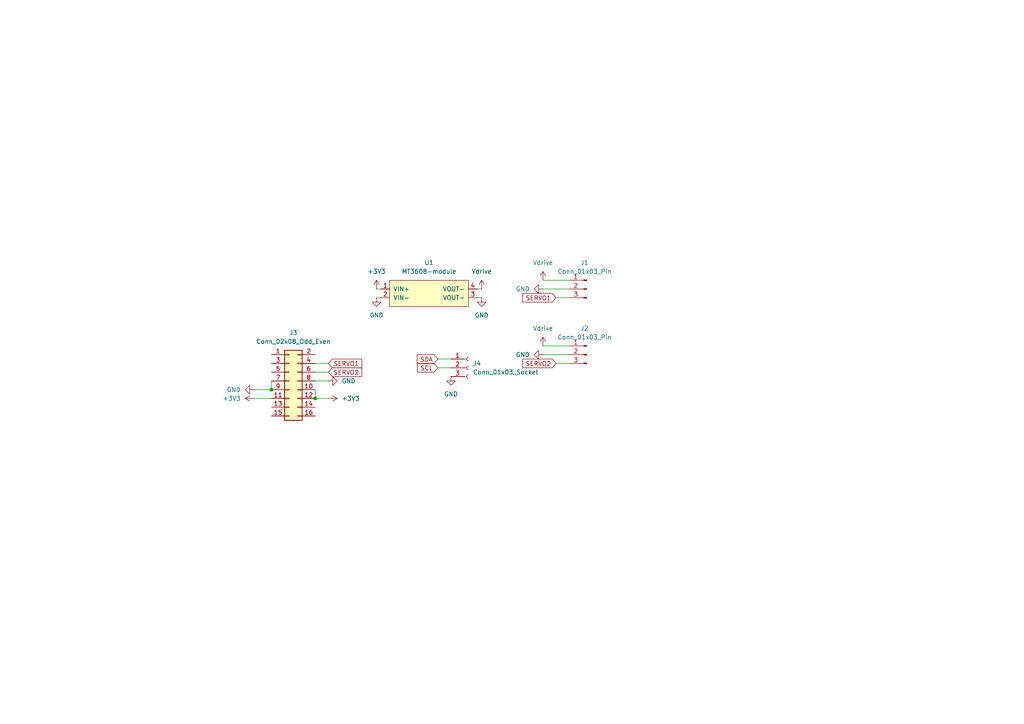
<source format=kicad_sch>
(kicad_sch (version 20231120) (generator "eeschema") (generator_version "8.0")
  (paper "A4")
  (lib_symbols
    (symbol "Connector:Conn_01x03_Pin" (pin_names (offset 1.016) hide)
      (property "Reference" "J" (at 0 5.08 0))
      (property "Value" "Conn_01x03_Pin" (at 0 -5.08 0))
      (symbol "Conn_01x03_Pin_1_1"
        (polyline (pts (xy 1.27 -2.54) (xy 0.8636 -2.54)) (stroke (width 0.1524)))
        (polyline (pts (xy 1.27 0) (xy 0.8636 0)) (stroke (width 0.1524)))
        (polyline (pts (xy 1.27 2.54) (xy 0.8636 2.54)) (stroke (width 0.1524)))
        (rectangle (start 0.8636 -2.413) (end 0 -2.667) (stroke (width 0.1524)) (fill (type outline)))
        (rectangle (start 0.8636 0.127) (end 0 -0.127) (stroke (width 0.1524)) (fill (type outline)))
        (rectangle (start 0.8636 2.667) (end 0 2.413) (stroke (width 0.1524)) (fill (type outline)))
        (pin passive line (at 5.08 2.54 180) (length 3.81) (name "Pin_1") (number "1"))
        (pin passive line (at 5.08 0 180) (length 3.81) (name "Pin_2") (number "2"))
        (pin passive line (at 5.08 -2.54 180) (length 3.81) (name "Pin_3") (number "3"))
      )
    )
    (symbol "Connector:Conn_01x03_Socket" (pin_names (offset 1.016) hide)
      (property "Reference" "J" (at 0 5.08 0))
      (property "Value" "Conn_01x03_Socket" (at 0 -5.08 0))
      (symbol "Conn_01x03_Socket_1_1"
        (arc (start 0 -2.032) (mid -0.5058 -2.54) (end 0 -3.048) (stroke (width 0.1524)))
        (polyline (pts (xy -1.27 -2.54) (xy -0.508 -2.54)) (stroke (width 0.1524)))
        (polyline (pts (xy -1.27 0) (xy -0.508 0)) (stroke (width 0.1524)))
        (polyline (pts (xy -1.27 2.54) (xy -0.508 2.54)) (stroke (width 0.1524)))
        (arc (start 0 0.508) (mid -0.5058 0) (end 0 -0.508) (stroke (width 0.1524)))
        (arc (start 0 3.048) (mid -0.5058 2.54) (end 0 2.032) (stroke (width 0.1524)))
        (pin passive line (at -5.08 2.54 0) (length 3.81) (name "Pin_1") (number "1"))
        (pin passive line (at -5.08 0 0) (length 3.81) (name "Pin_2") (number "2"))
        (pin passive line (at -5.08 -2.54 0) (length 3.81) (name "Pin_3") (number "3"))
      )
    )
    (symbol "Connector_Generic:Conn_02x08_Odd_Even" (pin_names (offset 1.016) hide)
      (property "Reference" "J" (at 1.27 10.16 0))
      (property "Value" "Conn_02x08_Odd_Even" (at 1.27 -12.7 0))
      (symbol "Conn_02x08_Odd_Even_1_1"
        (rectangle (start -1.27 -10.033) (end 0 -10.287) (stroke (width 0.1524)))
        (rectangle (start -1.27 -7.493) (end 0 -7.747) (stroke (width 0.1524)))
        (rectangle (start -1.27 -4.953) (end 0 -5.207) (stroke (width 0.1524)))
        (rectangle (start -1.27 -2.413) (end 0 -2.667) (stroke (width 0.1524)))
        (rectangle (start -1.27 0.127) (end 0 -0.127) (stroke (width 0.1524)))
        (rectangle (start -1.27 2.667) (end 0 2.413) (stroke (width 0.1524)))
        (rectangle (start -1.27 5.207) (end 0 4.953) (stroke (width 0.1524)))
        (rectangle (start -1.27 7.747) (end 0 7.493) (stroke (width 0.1524)))
        (rectangle (start -1.27 8.89) (end 3.81 -11.43) (stroke (width 0.254)) (fill (type background)))
        (rectangle (start 3.81 -10.033) (end 2.54 -10.287) (stroke (width 0.1524)))
        (rectangle (start 3.81 -7.493) (end 2.54 -7.747) (stroke (width 0.1524)))
        (rectangle (start 3.81 -4.953) (end 2.54 -5.207) (stroke (width 0.1524)))
        (rectangle (start 3.81 -2.413) (end 2.54 -2.667) (stroke (width 0.1524)))
        (rectangle (start 3.81 0.127) (end 2.54 -0.127) (stroke (width 0.1524)))
        (rectangle (start 3.81 2.667) (end 2.54 2.413) (stroke (width 0.1524)))
        (rectangle (start 3.81 5.207) (end 2.54 4.953) (stroke (width 0.1524)))
        (rectangle (start 3.81 7.747) (end 2.54 7.493) (stroke (width 0.1524)))
        (pin passive line (at -5.08 7.62 0) (length 3.81) (name "Pin_1") (number "1"))
        (pin passive line (at 7.62 -2.54 180) (length 3.81) (name "Pin_10") (number "10"))
        (pin passive line (at -5.08 -5.08 0) (length 3.81) (name "Pin_11") (number "11"))
        (pin passive line (at 7.62 -5.08 180) (length 3.81) (name "Pin_12") (number "12"))
        (pin passive line (at -5.08 -7.62 0) (length 3.81) (name "Pin_13") (number "13"))
        (pin passive line (at 7.62 -7.62 180) (length 3.81) (name "Pin_14") (number "14"))
        (pin passive line (at -5.08 -10.16 0) (length 3.81) (name "Pin_15") (number "15"))
        (pin passive line (at 7.62 -10.16 180) (length 3.81) (name "Pin_16") (number "16"))
        (pin passive line (at 7.62 7.62 180) (length 3.81) (name "Pin_2") (number "2"))
        (pin passive line (at -5.08 5.08 0) (length 3.81) (name "Pin_3") (number "3"))
        (pin passive line (at 7.62 5.08 180) (length 3.81) (name "Pin_4") (number "4"))
        (pin passive line (at -5.08 2.54 0) (length 3.81) (name "Pin_5") (number "5"))
        (pin passive line (at 7.62 2.54 180) (length 3.81) (name "Pin_6") (number "6"))
        (pin passive line (at -5.08 0 0) (length 3.81) (name "Pin_7") (number "7"))
        (pin passive line (at 7.62 0 180) (length 3.81) (name "Pin_8") (number "8"))
        (pin passive line (at -5.08 -2.54 0) (length 3.81) (name "Pin_9") (number "9"))
      )
    )
    (symbol "hw-045:hw-045" (pin_names (offset 1.016))
      (property "Reference" "U" (at 0 0 0))
      (property "Value" "hw-045" (at 0 1.905 0))
      (symbol "hw-045_0_1"
        (rectangle (start -10.16 5.08) (end 12.7 -2.54) (fill (type background)))
      )
      (symbol "hw-045_1_1"
        (pin input line (at -12.7 2.54 0) (length 2.54) (name "VIN+") (number "1"))
        (pin input line (at -12.7 0 0) (length 2.54) (name "VIN-") (number "2"))
        (pin input line (at 15.24 0 180) (length 2.54) (name "VOUT-") (number "3"))
        (pin input line (at 15.24 2.54 180) (length 2.54) (name "VOUT-") (number "4"))
      )
    )
    (symbol "power:+3V3" (power) (pin_numbers hide) (pin_names (offset 0) hide)
      (property "Value" "+3V3" (at 0 3.556 0))
      (symbol "+3V3_0_1"
        (polyline (pts (xy -0.762 1.27) (xy 0 2.54)))
        (polyline (pts (xy 0 0) (xy 0 2.54)))
        (polyline (pts (xy 0 2.54) (xy 0.762 1.27)))
      )
      (symbol "+3V3_1_1"
        (pin power_in line (at 0 0 90) (length 0) (name "~") (number "1"))
      )
    )
    (symbol "power:GND" (power) (pin_numbers hide) (pin_names (offset 0) hide)
      (property "Value" "GND" (at 0 -3.81 0))
      (symbol "GND_0_1"
        (polyline (pts (xy 0 0) (xy 0 -1.27) (xy 1.27 -1.27) (xy 0 -2.54) (xy -1.27 -1.27) (xy 0 -1.27)))
      )
      (symbol "GND_1_1"
        (pin power_in line (at 0 0 270) (length 0) (name "~") (number "1"))
      )
    )
    (symbol "power:Vdrive" (power) (pin_numbers hide) (pin_names (offset 0) hide)
      (property "Value" "Vdrive" (at 0 3.556 0))
      (symbol "Vdrive_0_1"
        (polyline (pts (xy -0.762 1.27) (xy 0 2.54)))
        (polyline (pts (xy 0 0) (xy 0 2.54)))
        (polyline (pts (xy 0 2.54) (xy 0.762 1.27)))
      )
      (symbol "Vdrive_1_1"
        (pin power_in line (at 0 0 90) (length 0) (name "~") (number "1"))
      )
    )
  )
  (junction (at 78.74 113.03))
  (junction (at 91.44 115.57))
  (wire (pts (xy 91.44 107.95) (xy 95.25 107.95)))
  (wire (pts (xy 91.44 110.49) (xy 95.25 110.49)))
  (wire (pts (xy 157.48 102.87) (xy 165.1 102.87)))
  (wire (pts (xy 91.44 105.41) (xy 95.25 105.41)))
  (wire (pts (xy 161.29 105.41) (xy 165.1 105.41)))
  (wire (pts (xy 157.48 83.82) (xy 165.1 83.82)))
  (wire (pts (xy 157.48 81.28) (xy 165.1 81.28)))
  (wire (pts (xy 109.22 86.36) (xy 110.49 86.36)))
  (wire (pts (xy 139.7 83.82) (xy 138.43 83.82)))
  (wire (pts (xy 95.25 115.57) (xy 91.44 115.57)))
  (wire (pts (xy 73.66 115.57) (xy 78.74 115.57)))
  (wire (pts (xy 161.29 86.36) (xy 165.1 86.36)))
  (wire (pts (xy 91.44 115.57) (xy 91.44 113.03)))
  (wire (pts (xy 139.7 86.36) (xy 138.43 86.36)))
  (wire (pts (xy 127 106.68) (xy 130.81 106.68)))
  (wire (pts (xy 127 104.14) (xy 130.81 104.14)))
  (wire (pts (xy 78.74 113.03) (xy 78.74 110.49)))
  (wire (pts (xy 73.66 113.03) (xy 78.74 113.03)))
  (wire (pts (xy 157.48 100.33) (xy 165.1 100.33)))
  (wire (pts (xy 109.22 83.82) (xy 110.49 83.82)))
  (global_label "SCL" (shape input) (at 127 106.68 180) (property "Intersheetrefs" "${INTERSHEET_REFS}" (effects (hide yes))))
  (global_label "SERVO2" (shape input) (at 95.25 107.95 0) (property "Intersheetrefs" "${INTERSHEET_REFS}" (effects (hide yes))))
  (global_label "SERVO1" (shape input) (at 95.25 105.41 0) (property "Intersheetrefs" "${INTERSHEET_REFS}" (effects (hide yes))))
  (global_label "SERVO1" (shape input) (at 161.29 86.36 180) (property "Intersheetrefs" "${INTERSHEET_REFS}" (effects (hide yes))))
  (global_label "SDA" (shape input) (at 127 104.14 180) (property "Intersheetrefs" "${INTERSHEET_REFS}" (effects (hide yes))))
  (global_label "SERVO2" (shape input) (at 161.29 105.41 180) (property "Intersheetrefs" "${INTERSHEET_REFS}" (effects (hide yes))))
  (symbol (lib_id "power:Vdrive") (at 157.48 81.28 0) (unit 1)
    (property "Reference" "#PWR04" (effects (hide yes)))
    (property "Value" "Vdrive" (at 157.48 76.2 0))
    (property "Description" "Power symbol creates a global label with name \"Vdrive\"" (effects (hide yes)))
  )
  (symbol (lib_id "power:GND") (at 157.48 102.87 270) (unit 1)
    (property "Reference" "#PWR07" (effects (hide yes)))
    (property "Value" "GND" (at 153.67 102.8699 90) (effects (justify right)))
    (property "Description" "Power symbol creates a global label with name \"GND\" , ground" (effects (hide yes)))
  )
  (symbol (lib_id "power:GND") (at 73.66 113.03 270) (unit 1)
    (property "Reference" "#PWR011" (effects (hide yes)))
    (property "Value" "GND" (at 69.85 113.0299 90) (effects (justify right)))
    (property "Description" "Power symbol creates a global label with name \"GND\" , ground" (effects (hide yes)))
  )
  (symbol (lib_id "Connector:Conn_01x03_Pin") (at 170.18 83.82 0) (mirror y) (unit 1)
    (property "Reference" "J1" (at 169.545 76.2 0))
    (property "Value" "Conn_01x03_Pin" (at 169.545 78.74 0))
    (property "Footprint" "Connector_PinHeader_2.54mm:PinHeader_1x03_P2.54mm_Vertical" (effects (hide yes)))
    (property "Description" "Generic connector, single row, 01x03, script generated" (effects (hide yes)))
  )
  (symbol (lib_id "power:GND") (at 139.7 86.36 0) (unit 1)
    (property "Reference" "#PWR01" (effects (hide yes)))
    (property "Value" "GND" (at 139.7 91.44 0))
    (property "Description" "Power symbol creates a global label with name \"GND\" , ground" (effects (hide yes)))
  )
  (symbol (lib_id "power:Vdrive") (at 139.7 83.82 0) (unit 1)
    (property "Reference" "#PWR03" (effects (hide yes)))
    (property "Value" "Vdrive" (at 139.7 78.74 0))
    (property "Description" "Power symbol creates a global label with name \"Vdrive\"" (effects (hide yes)))
  )
  (symbol (lib_id "power:GND") (at 109.22 86.36 0) (unit 1)
    (property "Reference" "#PWR02" (effects (hide yes)))
    (property "Value" "GND" (at 109.22 91.44 0))
    (property "Description" "Power symbol creates a global label with name \"GND\" , ground" (effects (hide yes)))
  )
  (symbol (lib_id "power:Vdrive") (at 157.48 100.33 0) (unit 1)
    (property "Reference" "#PWR06" (effects (hide yes)))
    (property "Value" "Vdrive" (at 157.48 95.25 0))
    (property "Description" "Power symbol creates a global label with name \"Vdrive\"" (effects (hide yes)))
  )
  (symbol (lib_id "power:+3V3") (at 109.22 83.82 0) (unit 1)
    (property "Reference" "#PWR08" (effects (hide yes)))
    (property "Value" "+3V3" (at 109.22 78.74 0))
    (property "Description" "Power symbol creates a global label with name \"+3V3\"" (effects (hide yes)))
  )
  (symbol (lib_id "power:+3V3") (at 73.66 115.57 90) (unit 1)
    (property "Reference" "#PWR013" (effects (hide yes)))
    (property "Value" "+3V3" (at 69.85 115.5699 90) (effects (justify left)))
    (property "Description" "Power symbol creates a global label with name \"+3V3\"" (effects (hide yes)))
  )
  (symbol (lib_id "hw-045:hw-045") (at 123.19 86.36 0) (unit 1)
    (property "Reference" "U1" (at 124.46 76.2 0))
    (property "Value" "MT3608-module" (at 124.46 78.74 0))
    (property "Footprint" "hw-045:hw-045" (effects (hide yes)))
  )
  (symbol (lib_id "power:+3V3") (at 95.25 115.57 270) (unit 1)
    (property "Reference" "#PWR012" (effects (hide yes)))
    (property "Value" "+3V3" (at 99.06 115.5699 90) (effects (justify left)))
    (property "Description" "Power symbol creates a global label with name \"+3V3\"" (effects (hide yes)))
  )
  (symbol (lib_id "Connector_Generic:Conn_02x08_Odd_Even") (at 83.82 110.49 0) (unit 1)
    (property "Reference" "J3" (at 85.09 96.52 0))
    (property "Value" "Conn_02x08_Odd_Even" (at 85.09 99.06 0))
    (property "Footprint" "Connector_PinSocket_2.00mm:PinSocket_2x08_P2.00mm_Vertical" (effects (hide yes)))
    (property "Description" "Generic connector, double row, 02x08, odd/even pin numbering scheme (row 1 odd numbers, row 2 even numbers), script generated (kicad-library-utils/schlib/autogen/connector/)" (effects (hide yes)))
  )
  (symbol (lib_id "Connector:Conn_01x03_Socket") (at 135.89 106.68 0) (unit 1)
    (property "Reference" "J4" (at 137.16 105.4099 0) (effects (justify left)))
    (property "Value" "Conn_01x03_Socket" (at 137.16 107.9499 0) (effects (justify left)))
    (property "Footprint" "Connector_PinSocket_2.54mm:PinSocket_1x03_P2.54mm_Vertical" (effects (hide yes)))
    (property "Description" "Generic connector, single row, 01x03, script generated" (effects (hide yes)))
  )
  (symbol (lib_id "power:GND") (at 130.81 109.22 0) (unit 1)
    (property "Reference" "#PWR09" (effects (hide yes)))
    (property "Value" "GND" (at 130.81 114.3 0))
    (property "Description" "Power symbol creates a global label with name \"GND\" , ground" (effects (hide yes)))
  )
  (symbol (lib_id "power:GND") (at 157.48 83.82 270) (unit 1)
    (property "Reference" "#PWR05" (effects (hide yes)))
    (property "Value" "GND" (at 153.67 83.8199 90) (effects (justify right)))
    (property "Description" "Power symbol creates a global label with name \"GND\" , ground" (effects (hide yes)))
  )
  (symbol (lib_id "power:GND") (at 95.25 110.49 90) (unit 1)
    (property "Reference" "#PWR010" (effects (hide yes)))
    (property "Value" "GND" (at 99.06 110.4899 90) (effects (justify right)))
    (property "Description" "Power symbol creates a global label with name \"GND\" , ground" (effects (hide yes)))
  )
  (symbol (lib_id "Connector:Conn_01x03_Pin") (at 170.18 102.87 0) (mirror y) (unit 1)
    (property "Reference" "J2" (at 169.545 95.25 0))
    (property "Value" "Conn_01x03_Pin" (at 169.545 97.79 0))
    (property "Footprint" "Connector_PinHeader_2.54mm:PinHeader_1x03_P2.54mm_Vertical" (effects (hide yes)))
    (property "Description" "Generic connector, single row, 01x03, script generated" (effects (hide yes)))
  )
)
</source>
